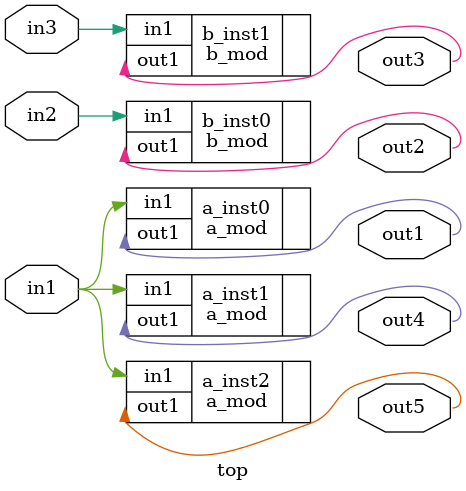
<source format=v>

module top(in1, in2, in3, out1, out2, out3, out4, out5);


input in1, in2, in3;
output out1, out2, out3, out4, out5;

wire test;


a_mod	a_inst0(
		.in1(	in1	),
		.out1(	out1		)
		);


b_mod	b_inst0(
		.in1(	in2	),
		.out1(	out2		)
		);

b_mod	b_inst1(

		.in1(	in3	),
		.out1(	out3		)
		);

a_mod	a_inst1(
		.in1(	in1	),
		.out1(	out4		)
		);

a_mod	a_inst2(
		.in1(	in1	),
		.out1(	out5		)
		);


endmodule 

</source>
